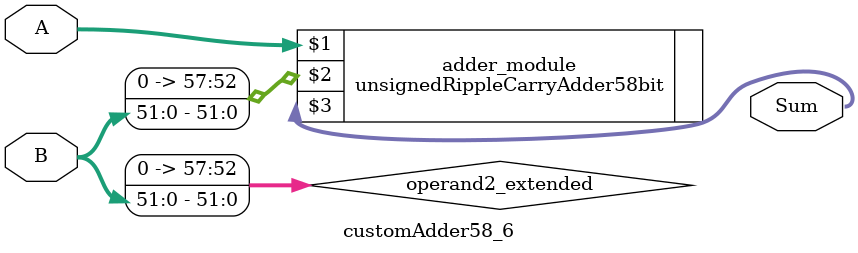
<source format=v>
module customAdder58_6(
                        input [57 : 0] A,
                        input [51 : 0] B,
                        
                        output [58 : 0] Sum
                );

        wire [57 : 0] operand2_extended;
        
        assign operand2_extended =  {6'b0, B};
        
        unsignedRippleCarryAdder58bit adder_module(
            A,
            operand2_extended,
            Sum
        );
        
        endmodule
        
</source>
